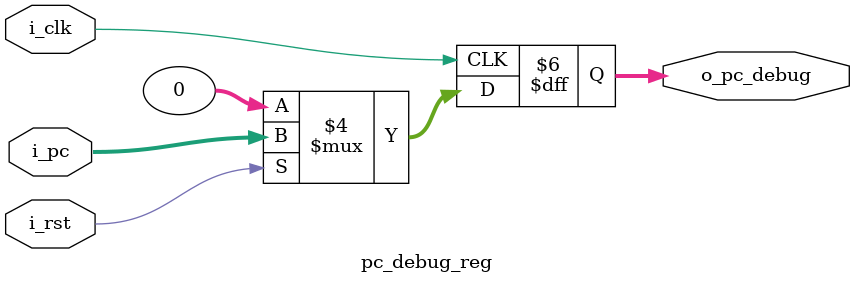
<source format=sv>
module pc_debug_reg (
	input logic i_clk,
	input logic i_rst,
	input logic [31:0] i_pc,
	output logic [31:0] o_pc_debug
);
	
	always_ff @(posedge i_clk) begin
		if (!i_rst) begin
			o_pc_debug = 32'b0;
		end else begin
			o_pc_debug = i_pc;
		end
	end
endmodule: pc_debug_reg
	
</source>
